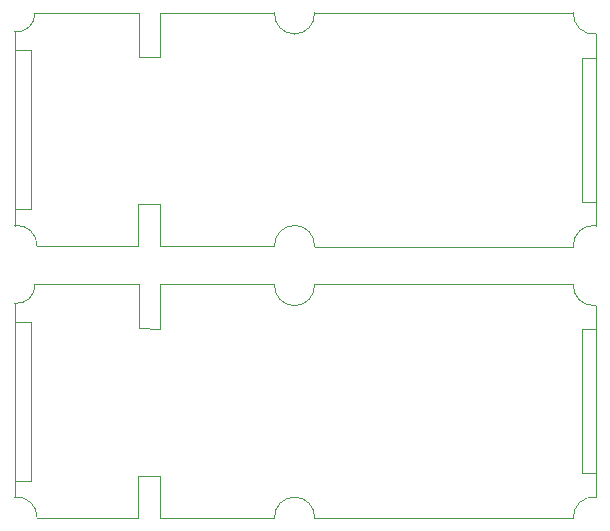
<source format=gm1>
G04*
G04 #@! TF.GenerationSoftware,Altium Limited,Altium Designer,21.3.2 (30)*
G04*
G04 Layer_Color=16711935*
%FSTAX24Y24*%
%MOIN*%
G70*
G04*
G04 #@! TF.SameCoordinates,B3087990-D193-403A-B466-816C1580CACB*
G04*
G04*
G04 #@! TF.FilePolarity,Positive*
G04*
G01*
G75*
%ADD40C,0.0005*%
%ADD42C,0.0005*%
D40*
X045842Y032595D02*
X042034Y032597D01*
X042024Y031121D02*
X042034Y032597D01*
X042024Y031121D02*
X041315Y031132D01*
Y032597D01*
X037854Y032595D02*
X041315Y032597D01*
X041286Y024816D02*
X037928Y024817D01*
X041286Y024816D02*
Y026209D01*
X042014D02*
X041286D01*
X042014Y024816D02*
Y026209D01*
Y024816D02*
X045842Y024816D01*
X045842Y04165D02*
X042034Y041652D01*
X042024Y040176D02*
X042034Y041652D01*
X042024Y040176D02*
X041315Y040187D01*
Y041652D01*
X037854Y04165D02*
X041315Y041652D01*
X041286Y033871D02*
X037928Y033872D01*
X041286Y033871D02*
Y035264D01*
X042014D02*
X041286D01*
X042014Y033871D02*
Y035264D01*
Y033871D02*
X045842Y033871D01*
D42*
X037928Y024817D02*
G03*
X03718Y025504I-000669J000023D01*
G01*
Y031965D02*
G03*
X037854Y032595I000079J000591D01*
G01*
X045842D02*
G03*
X047179Y032595I000668J-000039D01*
G01*
X055803D02*
G03*
X05655Y031891I000668J-000039D01*
G01*
Y025504D02*
G03*
X055803Y0248I-000079J-000665D01*
G01*
X047179D02*
G03*
X045842Y024816I-000668J000039D01*
G01*
X03771Y031339D02*
X037182D01*
X03771Y026056D02*
Y031339D01*
X03718Y025504D02*
Y031965D01*
X055803Y032595D02*
X047179D01*
X05655Y025504D02*
Y031891D01*
X055803Y0248D02*
X047179D01*
X05655Y031093D02*
X056079D01*
Y026297D02*
Y031093D01*
X05655Y026297D02*
X056079D01*
X03771Y026056D02*
X037182D01*
Y031339D01*
X037928Y033872D02*
G03*
X03718Y034559I-000669J000023D01*
G01*
Y04102D02*
G03*
X037854Y04165I000079J000591D01*
G01*
X045842D02*
G03*
X047179Y04165I000668J-000039D01*
G01*
X055803D02*
G03*
X05655Y040946I000668J-000039D01*
G01*
Y034559D02*
G03*
X055803Y033855I-000079J-000665D01*
G01*
X047179D02*
G03*
X045842Y033871I-000668J000039D01*
G01*
X03771Y040394D02*
X037182D01*
X03771Y035111D02*
Y040394D01*
X03718Y034559D02*
Y04102D01*
X055803Y04165D02*
X047179D01*
X05655Y034559D02*
Y040946D01*
X055803Y033855D02*
X047179D01*
X05655Y040148D02*
X056079D01*
Y035352D02*
Y040148D01*
X05655Y035352D02*
X056079D01*
X03771Y035111D02*
X037182D01*
Y040394D01*
M02*

</source>
